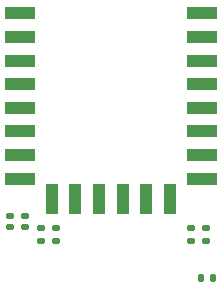
<source format=gtp>
G04 #@! TF.GenerationSoftware,KiCad,Pcbnew,6.0.10-86aedd382b~118~ubuntu22.04.1*
G04 #@! TF.CreationDate,2023-01-28T15:28:02-08:00*
G04 #@! TF.ProjectId,esp8266-dongle,65737038-3236-4362-9d64-6f6e676c652e,rev?*
G04 #@! TF.SameCoordinates,Original*
G04 #@! TF.FileFunction,Paste,Top*
G04 #@! TF.FilePolarity,Positive*
%FSLAX46Y46*%
G04 Gerber Fmt 4.6, Leading zero omitted, Abs format (unit mm)*
G04 Created by KiCad (PCBNEW 6.0.10-86aedd382b~118~ubuntu22.04.1) date 2023-01-28 15:28:02*
%MOMM*%
%LPD*%
G01*
G04 APERTURE LIST*
G04 Aperture macros list*
%AMRoundRect*
0 Rectangle with rounded corners*
0 $1 Rounding radius*
0 $2 $3 $4 $5 $6 $7 $8 $9 X,Y pos of 4 corners*
0 Add a 4 corners polygon primitive as box body*
4,1,4,$2,$3,$4,$5,$6,$7,$8,$9,$2,$3,0*
0 Add four circle primitives for the rounded corners*
1,1,$1+$1,$2,$3*
1,1,$1+$1,$4,$5*
1,1,$1+$1,$6,$7*
1,1,$1+$1,$8,$9*
0 Add four rect primitives between the rounded corners*
20,1,$1+$1,$2,$3,$4,$5,0*
20,1,$1+$1,$4,$5,$6,$7,0*
20,1,$1+$1,$6,$7,$8,$9,0*
20,1,$1+$1,$8,$9,$2,$3,0*%
G04 Aperture macros list end*
%ADD10RoundRect,0.135000X0.185000X-0.135000X0.185000X0.135000X-0.185000X0.135000X-0.185000X-0.135000X0*%
%ADD11RoundRect,0.135000X-0.185000X0.135000X-0.185000X-0.135000X0.185000X-0.135000X0.185000X0.135000X0*%
%ADD12R,2.500000X1.100000*%
%ADD13R,1.100000X2.500000*%
%ADD14RoundRect,0.140000X-0.170000X0.140000X-0.170000X-0.140000X0.170000X-0.140000X0.170000X0.140000X0*%
%ADD15RoundRect,0.135000X-0.135000X-0.185000X0.135000X-0.185000X0.135000X0.185000X-0.135000X0.185000X0*%
G04 APERTURE END LIST*
D10*
G04 #@! TO.C,R2*
X122555000Y-98300000D03*
X122555000Y-97280000D03*
G04 #@! TD*
D11*
G04 #@! TO.C,R1*
X123825000Y-97280000D03*
X123825000Y-98300000D03*
G04 #@! TD*
D12*
G04 #@! TO.C,U1*
X108090000Y-79060000D03*
X108090000Y-81060000D03*
X108090000Y-83060000D03*
X108090000Y-85060000D03*
X108090000Y-87060000D03*
X108090000Y-89060000D03*
X108090000Y-91060000D03*
X108090000Y-93060000D03*
X123490000Y-93060000D03*
X123490000Y-91060000D03*
X123490000Y-89060000D03*
X123490000Y-87060000D03*
X123490000Y-85060000D03*
X123490000Y-83060000D03*
X123490000Y-81060000D03*
X123490000Y-79060000D03*
D13*
X110780000Y-94760000D03*
X112780000Y-94760000D03*
X114780000Y-94760000D03*
X116780000Y-94760000D03*
X118780000Y-94760000D03*
X120780000Y-94760000D03*
G04 #@! TD*
D14*
G04 #@! TO.C,C1*
X107215000Y-96195000D03*
X107215000Y-97155000D03*
G04 #@! TD*
D10*
G04 #@! TO.C,R5*
X111125000Y-98300000D03*
X111125000Y-97280000D03*
G04 #@! TD*
D14*
G04 #@! TO.C,C2*
X108485000Y-96195000D03*
X108485000Y-97155000D03*
G04 #@! TD*
D10*
G04 #@! TO.C,R6*
X109855000Y-98300000D03*
X109855000Y-97280000D03*
G04 #@! TD*
D15*
G04 #@! TO.C,R7*
X123440000Y-101500000D03*
X124460000Y-101500000D03*
G04 #@! TD*
M02*

</source>
